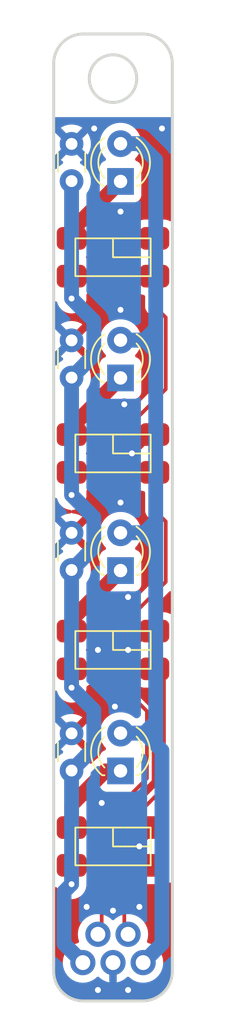
<source format=kicad_pcb>
(kicad_pcb (version 20221018) (generator pcbnew)
  (layers (0 "F.Cu" signal) (31 "B.Cu" signal) (34 "B.Paste" user) (35 "F.Paste" user) (36 "B.SilkS" user "B.Silkscreen") (37 "F.SilkS" user "F.Silkscreen") (38 "B.Mask" user) (39 "F.Mask" user) (44 "Edge.Cuts" user))
  (net 0 "")
  (net 1 "+3V3")
  (net 2 "GND")
  (net 3 "Net-(D1-K)")
  (net 4 "LED")
  (net 5 "Net-(D2-K)")
  (net 6 "Net-(D3-K)")
  (net 7 "Net-(D4-K)")
  (net 8 "D1")
  (net 9 "D2")
  (footprint "Capacitor_THT:C_Disc_D3.0mm_W1.6mm_P2.50mm" (layer "F.Cu") (at 149.606 83.038904 90)
    (fp_text reference "C4" hide)
    (fp_text value "C" hide)
    (fp_line (start 0.621 -0.92) (end 1.879 -0.92) (stroke (width 0.12)) (layer "F.SilkS"))
    (fp_line (start 0.621 0.92) (end 1.879 0.92) (stroke (width 0.12)) (layer "F.SilkS"))
    (pad "1" thru_hole circle (at 0 0 90) (size 1.6 1.6) (drill 0.8) (layers "*.Cu" "*.Mask") (net 1 "+3V3"))
    (pad "2" thru_hole circle (at 2.5 0 90) (size 1.6 1.6) (drill 0.8) (layers "*.Cu" "*.Mask") (net 2 "GND"))
  )
  (footprint "LED_THT:LED_D3.0mm_Clear" (layer "F.Cu") (at 152.908 109.22 90)
    (fp_text reference "D1" hide)
    (fp_text value "LED" hide)
    (fp_line (start -0.29 -1.236) (end -0.29 -1.08) (stroke (width 0.12)) (layer "F.SilkS"))
    (fp_line (start -0.29 1.08) (end -0.29 1.236) (stroke (width 0.12)) (layer "F.SilkS"))
    (fp_arc (start -0.29 -1.235516) (mid 1.366487 -1.987659) (end 2.942335 -1.078608) (stroke (width 0.12)) (layer "F.SilkS"))
    (fp_arc (start 0.229039 -1.08) (mid 1.270117 -1.5) (end 2.31113 -1.079837) (stroke (width 0.12)) (layer "F.SilkS"))
    (fp_arc (start 2.31113 1.079837) (mid 1.270117 1.5) (end 0.229039 1.08) (stroke (width 0.12)) (layer "F.SilkS"))
    (fp_arc (start 2.942335 1.078608) (mid 1.366487 1.987659) (end -0.29 1.235516) (stroke (width 0.12)) (layer "F.SilkS"))
    (pad "1" thru_hole rect (at 0 0 90) (size 1.8 1.8) (drill 0.9) (layers "*.Cu" "*.Mask") (net 3 "Net-(D1-K)"))
    (pad "2" thru_hole circle (at 2.54 0 90) (size 1.8 1.8) (drill 0.9) (layers "*.Cu" "*.Mask") (net 4 "LED"))
  )
  (footprint "Line_Sensor:Line_Sensor_SMD" (layer "F.Cu") (at 152.4 107.696 180)
    (fp_text reference "U3" hide)
    (fp_text value "Line_sennsor" hide)
    (fp_rect (start -2.54 5.08) (end 2.54 7.62) (stroke (width 0.12)) (fill none) (layer "F.SilkS"))
    (fp_rect (start -2.54 6.35) (end 0 7.62) (stroke (width 0.12)) (fill none) (layer "F.SilkS"))
    (pad "1" smd roundrect (at 2.794 7.62 180) (size 2 1.524) (layers "F.Cu" "F.Paste" "F.Mask") (net 6 "Net-(D3-K)"))
    (pad "2" smd roundrect (at 2.794 5.08 180) (size 2 1.524) (layers "F.Cu" "F.Paste" "F.Mask") (net 1 "+3V3"))
    (pad "3" smd roundrect (at -2.794 5.08 180) (size 2 1.524) (layers "F.Cu" "F.Paste" "F.Mask") (net 9 "D2"))
    (pad "4" smd roundrect (at -2.794 7.62 180) (size 2 1.524) (layers "F.Cu" "F.Paste" "F.Mask") (net 2 "GND"))
  )
  (footprint "Line_Sensor:Line_Sensor_SMD" (layer "F.Cu") (at 152.4 120.906 180)
    (fp_text reference "U1" hide)
    (fp_text value "Line_sennsor" hide)
    (fp_rect (start -2.54 5.08) (end 2.54 7.62) (stroke (width 0.12)) (fill none) (layer "F.SilkS"))
    (fp_rect (start -2.54 6.35) (end 0 7.62) (stroke (width 0.12)) (fill none) (layer "F.SilkS"))
    (pad "1" smd roundrect (at 2.794 7.62 180) (size 2 1.524) (layers "F.Cu" "F.Paste" "F.Mask") (net 3 "Net-(D1-K)"))
    (pad "2" smd roundrect (at 2.794 5.08 180) (size 2 1.524) (layers "F.Cu" "F.Paste" "F.Mask") (net 1 "+3V3"))
    (pad "3" smd roundrect (at -2.794 5.08 180) (size 2 1.524) (layers "F.Cu" "F.Paste" "F.Mask") (net 8 "D1"))
    (pad "4" smd roundrect (at -2.794 7.62 180) (size 2 1.524) (layers "F.Cu" "F.Paste" "F.Mask") (net 2 "GND"))
  )
  (footprint "Capacitor_THT:C_Disc_D3.0mm_W1.6mm_P2.50mm" (layer "F.Cu") (at 149.606 122.662 90)
    (fp_text reference "C1" hide)
    (fp_text value "C" hide)
    (fp_line (start 0.621 -0.92) (end 1.879 -0.92) (stroke (width 0.12)) (layer "F.SilkS"))
    (fp_line (start 0.621 0.92) (end 1.879 0.92) (stroke (width 0.12)) (layer "F.SilkS"))
    (pad "1" thru_hole circle (at 0 0 90) (size 1.6 1.6) (drill 0.8) (layers "*.Cu" "*.Mask") (net 1 "+3V3"))
    (pad "2" thru_hole circle (at 2.5 0 90) (size 1.6 1.6) (drill 0.8) (layers "*.Cu" "*.Mask") (net 2 "GND"))
  )
  (footprint "Capacitor_THT:C_Disc_D3.0mm_W1.6mm_P2.50mm" (layer "F.Cu") (at 149.606 109.180904 90)
    (fp_text reference "C2" hide)
    (fp_text value "C" hide)
    (fp_line (start 0.621 -0.92) (end 1.879 -0.92) (stroke (width 0.12)) (layer "F.SilkS"))
    (fp_line (start 0.621 0.92) (end 1.879 0.92) (stroke (width 0.12)) (layer "F.SilkS"))
    (pad "1" thru_hole circle (at 0 0 90) (size 1.6 1.6) (drill 0.8) (layers "*.Cu" "*.Mask") (net 1 "+3V3"))
    (pad "2" thru_hole circle (at 2.5 0 90) (size 1.6 1.6) (drill 0.8) (layers "*.Cu" "*.Mask") (net 2 "GND"))
  )
  (footprint "Line_Sensor:Line_Sensor_SMD" (layer "F.Cu") (at 152.4 134.114 180)
    (fp_text reference "U2" hide)
    (fp_text value "Line_sennsor" hide)
    (fp_rect (start -2.54 5.08) (end 2.54 7.62) (stroke (width 0.12)) (fill none) (layer "F.SilkS"))
    (fp_rect (start -2.54 6.35) (end 0 7.62) (stroke (width 0.12)) (fill none) (layer "F.SilkS"))
    (pad "1" smd roundrect (at 2.794 7.62 180) (size 2 1.524) (layers "F.Cu" "F.Paste" "F.Mask") (net 5 "Net-(D2-K)"))
    (pad "2" smd roundrect (at 2.794 5.08 180) (size 2 1.524) (layers "F.Cu" "F.Paste" "F.Mask") (net 1 "+3V3"))
    (pad "3" smd roundrect (at -2.794 5.08 180) (size 2 1.524) (layers "F.Cu" "F.Paste" "F.Mask") (net 8 "D1"))
    (pad "4" smd roundrect (at -2.794 7.62 180) (size 2 1.524) (layers "F.Cu" "F.Paste" "F.Mask") (net 2 "GND"))
  )
  (footprint "Capacitor_THT:C_Disc_D3.0mm_W1.6mm_P2.50mm" (layer "F.Cu") (at 149.606 96.246904 90)
    (fp_text reference "C3" hide)
    (fp_text value "C" hide)
    (fp_line (start 0.621 -0.92) (end 1.879 -0.92) (stroke (width 0.12)) (layer "F.SilkS"))
    (fp_line (start 0.621 0.92) (end 1.879 0.92) (stroke (width 0.12)) (layer "F.SilkS"))
    (pad "1" thru_hole circle (at 0 0 90) (size 1.6 1.6) (drill 0.8) (layers "*.Cu" "*.Mask") (net 1 "+3V3"))
    (pad "2" thru_hole circle (at 2.5 0 90) (size 1.6 1.6) (drill 0.8) (layers "*.Cu" "*.Mask") (net 2 "GND"))
  )
  (footprint "Connector_PinHeader_2.54mm:PinHeader_1x05_P2.54mm_Vertical" (layer "F.Cu") (at 149.225 135.5725 90)
    (fp_text reference "J1" hide)
    (fp_text value "Conn_01x05_Female" hide)
    (pad "1" thru_hole circle (at 0 1.143 90) (size 1.7 1.7) (drill 1) (layers "*.Cu" "*.Mask") (net 1 "+3V3"))
    (pad "2" thru_hole oval (at 0 3.175 90) (size 1.7 1.7) (drill 1) (layers "*.Cu" "*.Mask") (net 2 "GND"))
    (pad "3" thru_hole oval (at 0 5.207 90) (size 1.7 1.7) (drill 1) (layers "*.Cu" "*.Mask") (net 4 "LED"))
    (pad "4" thru_hole oval (at 1.905 2.159 90) (size 1.7 1.7) (drill 1) (layers "*.Cu" "*.Mask") (net 9 "D2"))
    (pad "5" thru_hole oval (at 1.905 4.191 90) (size 1.7 1.7) (drill 1) (layers "*.Cu" "*.Mask") (net 8 "D1"))
  )
  (footprint "LED_THT:LED_D3.0mm_Clear" (layer "F.Cu") (at 152.908 83.063 90)
    (fp_text reference "D4" hide)
    (fp_text value "LED" hide)
    (fp_line (start -0.29 -1.236) (end -0.29 -1.08) (stroke (width 0.12)) (layer "F.SilkS"))
    (fp_line (start -0.29 1.08) (end -0.29 1.236) (stroke (width 0.12)) (layer "F.SilkS"))
    (fp_arc (start -0.29 -1.235516) (mid 1.366487 -1.987659) (end 2.942335 -1.078608) (stroke (width 0.12)) (layer "F.SilkS"))
    (fp_arc (start 0.229039 -1.08) (mid 1.270117 -1.5) (end 2.31113 -1.079837) (stroke (width 0.12)) (layer "F.SilkS"))
    (fp_arc (start 2.31113 1.079837) (mid 1.270117 1.5) (end 0.229039 1.08) (stroke (width 0.12)) (layer "F.SilkS"))
    (fp_arc (start 2.942335 1.078608) (mid 1.366487 1.987659) (end -0.29 1.235516) (stroke (width 0.12)) (layer "F.SilkS"))
    (pad "1" thru_hole rect (at 0 0 90) (size 1.8 1.8) (drill 0.9) (layers "*.Cu" "*.Mask") (net 7 "Net-(D4-K)"))
    (pad "2" thru_hole circle (at 2.54 0 90) (size 1.8 1.8) (drill 0.9) (layers "*.Cu" "*.Mask") (net 4 "LED"))
  )
  (footprint "LED_THT:LED_D3.0mm_Clear" (layer "F.Cu") (at 152.908 122.687 90)
    (fp_text reference "D2" hide)
    (fp_text value "LED" hide)
    (fp_line (start -0.29 -1.236) (end -0.29 -1.08) (stroke (width 0.12)) (layer "F.SilkS"))
    (fp_line (start -0.29 1.08) (end -0.29 1.236) (stroke (width 0.12)) (layer "F.SilkS"))
    (fp_arc (start -0.29 -1.235516) (mid 1.366487 -1.987659) (end 2.942335 -1.078608) (stroke (width 0.12)) (layer "F.SilkS"))
    (fp_arc (start 0.229039 -1.08) (mid 1.270117 -1.5) (end 2.31113 -1.079837) (stroke (width 0.12)) (layer "F.SilkS"))
    (fp_arc (start 2.31113 1.079837) (mid 1.270117 1.5) (end 0.229039 1.08) (stroke (width 0.12)) (layer "F.SilkS"))
    (fp_arc (start 2.942335 1.078608) (mid 1.366487 1.987659) (end -0.29 1.235516) (stroke (width 0.12)) (layer "F.SilkS"))
    (pad "1" thru_hole rect (at 0 0 90) (size 1.8 1.8) (drill 0.9) (layers "*.Cu" "*.Mask") (net 5 "Net-(D2-K)"))
    (pad "2" thru_hole circle (at 2.54 0 90) (size 1.8 1.8) (drill 0.9) (layers "*.Cu" "*.Mask") (net 4 "LED"))
  )
  (footprint "LED_THT:LED_D3.0mm_Clear" (layer "F.Cu") (at 152.908 96.271 90)
    (fp_text reference "D3" hide)
    (fp_text value "LED" hide)
    (fp_line (start -0.29 -1.236) (end -0.29 -1.08) (stroke (width 0.12)) (layer "F.SilkS"))
    (fp_line (start -0.29 1.08) (end -0.29 1.236) (stroke (width 0.12)) (layer "F.SilkS"))
    (fp_arc (start -0.29 -1.235516) (mid 1.366487 -1.987659) (end 2.942335 -1.078608) (stroke (width 0.12)) (layer "F.SilkS"))
    (fp_arc (start 0.229039 -1.08) (mid 1.270117 -1.5) (end 2.31113 -1.079837) (stroke (width 0.12)) (layer "F.SilkS"))
    (fp_arc (start 2.31113 1.079837) (mid 1.270117 1.5) (end 0.229039 1.08) (stroke (width 0.12)) (layer "F.SilkS"))
    (fp_arc (start 2.942335 1.078608) (mid 1.366487 1.987659) (end -0.29 1.235516) (stroke (width 0.12)) (layer "F.SilkS"))
    (pad "1" thru_hole rect (at 0 0 90) (size 1.8 1.8) (drill 0.9) (layers "*.Cu" "*.Mask") (net 6 "Net-(D3-K)"))
    (pad "2" thru_hole circle (at 2.54 0 90) (size 1.8 1.8) (drill 0.9) (layers "*.Cu" "*.Mask") (net 4 "LED"))
  )
  (footprint "Line_Sensor:Line_Sensor_SMD" (layer "F.Cu") (at 152.4 94.508 180)
    (fp_text reference "U4" hide)
    (fp_text value "Line_sennsor" hide)
    (fp_rect (start -2.54 5.08) (end 2.54 7.62) (stroke (width 0.12)) (fill none) (layer "F.SilkS"))
    (fp_rect (start -2.54 6.35) (end 0 7.62) (stroke (width 0.12)) (fill none) (layer "F.SilkS"))
    (pad "1" smd roundrect (at 2.794 7.62 180) (size 2 1.524) (layers "F.Cu" "F.Paste" "F.Mask") (net 7 "Net-(D4-K)"))
    (pad "2" smd roundrect (at 2.794 5.08 180) (size 2 1.524) (layers "F.Cu" "F.Paste" "F.Mask") (net 1 "+3V3"))
    (pad "3" smd roundrect (at -2.794 5.08 180) (size 2 1.524) (layers "F.Cu" "F.Paste" "F.Mask") (net 9 "D2"))
    (pad "4" smd roundrect (at -2.794 7.62 180) (size 2 1.524) (layers "F.Cu" "F.Paste" "F.Mask") (net 2 "GND"))
  )
  (gr_line (start 156.4 136.149001) (end 156.4 75.149001) (stroke (width 0.2)) (layer "Edge.Cuts"))
  (gr_arc (start 150.4 138.149001) (mid 148.985786 137.563215) (end 148.4 136.149001) (stroke (width 0.2)) (layer "Edge.Cuts"))
  (gr_arc (start 148.4 75.149001) (mid 148.985786 73.734787) (end 150.4 73.149001) (stroke (width 0.2)) (layer "Edge.Cuts"))
  (gr_arc (start 154.4 73.149001) (mid 155.814214 73.734787) (end 156.4 75.149001) (stroke (width 0.2)) (layer "Edge.Cuts"))
  (gr_circle (center 152.4 76.149) (end 154 76.149) (stroke (width 0.2)) (fill none) (layer "Edge.Cuts"))
  (gr_arc (start 156.4 136.149001) (mid 155.814214 137.563215) (end 154.4 138.149001) (stroke (width 0.2)) (layer "Edge.Cuts"))
  (gr_line (start 150.4 138.149001) (end 154.4 138.149001) (stroke (width 0.2)) (layer "Edge.Cuts"))
  (gr_line (start 154.4 73.149001) (end 150.4 73.149001) (stroke (width 0.2)) (layer "Edge.Cuts"))
  (gr_line (start 148.4 75.149001) (end 148.4 136.149001) (stroke (width 0.2)) (layer "Edge.Cuts"))
  (segment (start 149.606 89.537) (end 149.6695 89.4735) (width 1) (layer "F.Cu") (net 1))
  (segment (start 149.606 104.14) (end 149.606 102.745) (width 1) (layer "F.Cu") (net 1))
  (segment (start 149.606 129.034) (end 149.606 130.302) (width 1) (layer "F.Cu") (net 1))
  (segment (start 149.606 117.094) (end 149.606 115.572) (width 1) (layer "F.Cu") (net 1))
  (segment (start 149.606 102.745) (end 149.6695 102.6815) (width 1) (layer "F.Cu") (net 1))
  (segment (start 149.606 90.932) (end 149.606 89.537) (width 1) (layer "F.Cu") (net 1))
  (via (at 149.606 117.094) (size 0.8) (drill 0.4) (layers "F.Cu" "B.Cu") (net 1))
  (via (at 149.606 130.302) (size 0.8) (drill 0.4) (layers "F.Cu" "B.Cu") (net 1))
  (via (at 149.606 104.14) (size 0.8) (drill 0.4) (layers "F.Cu" "B.Cu") (net 1))
  (via (at 149.606 90.932) (size 0.8) (drill 0.4) (layers "F.Cu" "B.Cu") (net 1))
  (segment (start 149.606 90.932) (end 149.606 83.038904) (width 1) (layer "B.Cu") (net 1))
  (segment (start 149.606 96.246904) (end 151.106 94.746904) (width 1) (layer "B.Cu") (net 1))
  (segment (start 151.106 107.680904) (end 151.106 105.64) (width 1) (layer "B.Cu") (net 1))
  (segment (start 149.606 117.094) (end 149.606 109.180904) (width 1) (layer "B.Cu") (net 1))
  (segment (start 149.606 130.302) (end 149.098 130.81) (width 1) (layer "B.Cu") (net 1))
  (segment (start 149.098 130.81) (end 149.098 134.3025) (width 1) (layer "B.Cu") (net 1))
  (segment (start 149.606 109.180904) (end 151.106 107.680904) (width 1) (layer "B.Cu") (net 1))
  (segment (start 151.106 118.594) (end 149.606 117.094) (width 1) (layer "B.Cu") (net 1))
  (segment (start 151.106 92.432) (end 149.606 90.932) (width 1) (layer "B.Cu") (net 1))
  (segment (start 149.606 104.14) (end 149.606 96.246904) (width 1) (layer "B.Cu") (net 1))
  (segment (start 151.106 121.162) (end 151.106 118.594) (width 1) (layer "B.Cu") (net 1))
  (segment (start 149.606 122.662) (end 151.106 121.162) (width 1) (layer "B.Cu") (net 1))
  (segment (start 151.106 105.64) (end 149.606 104.14) (width 1) (layer "B.Cu") (net 1))
  (segment (start 149.098 134.3025) (end 150.368 135.5725) (width 1) (layer "B.Cu") (net 1))
  (segment (start 151.106 94.746904) (end 151.106 92.432) (width 1) (layer "B.Cu") (net 1))
  (segment (start 149.606 130.302) (end 149.606 122.662) (width 1) (layer "B.Cu") (net 1))
  (segment (start 154.684 113.286) (end 153.416 114.554) (width 0.5) (layer "F.Cu") (net 2))
  (segment (start 154.175508 127.756903) (end 154.175508 127.512492) (width 0.5) (layer "F.Cu") (net 2))
  (segment (start 152.4 126.289172) (end 155.261 123.428172) (width 0.5) (layer "F.Cu") (net 2))
  (segment (start 155.194 113.286) (end 154.684 113.286) (width 0.5) (layer "F.Cu") (net 2))
  (segment (start 153.416 116.586) (end 153.416 114.554) (width 0.5) (layer "F.Cu") (net 2))
  (segment (start 155.261 118.431) (end 153.416 116.586) (width 0.5) (layer "F.Cu") (net 2))
  (segment (start 155.194 100.076) (end 154.94 100.076) (width 0.5) (layer "F.Cu") (net 2))
  (segment (start 154.94 100.076) (end 153.674299 101.341701) (width 0.5) (layer "F.Cu") (net 2))
  (segment (start 154.175508 127.512492) (end 155.194 126.494) (width 0.5) (layer "F.Cu") (net 2))
  (segment (start 152.4 132.08) (end 152.4 126.289172) (width 0.5) (layer "F.Cu") (net 2))
  (segment (start 155.261 123.428172) (end 155.261 118.431) (width 0.5) (layer "F.Cu") (net 2))
  (via (at 150.622 131.826) (size 0.8) (drill 0.4) (layers "F.Cu" "B.Cu") (net 2))
  (via (at 153.416 137.414) (size 0.8) (drill 0.4) (layers "F.Cu" "B.Cu") (net 2))
  (via (at 152.908 104.648) (size 0.8) (drill 0.4) (layers "F.Cu" "B.Cu") (net 2))
  (via (at 152.527 118.364) (size 0.8) (drill 0.4) (layers "F.Cu" "B.Cu") (net 2))
  (via (at 154.178 131.826) (size 0.8) (drill 0.4) (layers "F.Cu" "B.Cu") (net 2))
  (via (at 151.13 79.502) (size 0.8) (drill 0.4) (layers "F.Cu" "B.Cu") (net 2))
  (via (at 154.175508 127.756903) (size 0.8) (drill 0.4) (layers "F.Cu" "B.Cu") (net 2))
  (via (at 152.4 132.08) (size 0.8) (drill 0.4) (layers "F.Cu" "B.Cu") (net 2))
  (via (at 152.908 91.694) (size 0.8) (drill 0.4) (layers "F.Cu" "B.Cu") (net 2))
  (via (at 153.416 114.554) (size 0.8) (drill 0.4) (layers "F.Cu" "B.Cu") (net 2))
  (via (at 152.908 85.09) (size 0.8) (drill 0.4) (layers "F.Cu" "B.Cu") (net 2))
  (via (at 151.384 137.414) (size 0.8) (drill 0.4) (layers "F.Cu" "B.Cu") (net 2))
  (via (at 151.638 124.841) (size 0.8) (drill 0.4) (layers "F.Cu" "B.Cu") (net 2))
  (via (at 153.162 98.044) (size 0.8) (drill 0.4) (layers "F.Cu" "B.Cu") (net 2))
  (via (at 153.416 110.998) (size 0.8) (drill 0.4) (layers "F.Cu" "B.Cu") (net 2))
  (via (at 155.702 79.502) (size 0.8) (drill 0.4) (layers "F.Cu" "B.Cu") (net 2))
  (via (at 153.674299 101.341701) (size 0.8) (drill 0.4) (layers "F.Cu" "B.Cu") (net 2))
  (via (at 151.384 114.554) (size 0.8) (drill 0.4) (layers "F.Cu" "B.Cu") (net 2))
  (segment (start 149.606 113.286) (end 149.606 112.522) (width 1) (layer "F.Cu") (net 3))
  (segment (start 149.606 112.522) (end 152.908 109.22) (width 1) (layer "F.Cu") (net 3))
  (segment (start 155.702 121.324) (end 155.282 120.904) (width 1) (layer "B.Cu") (net 4))
  (segment (start 154.515 120.147) (end 155.282 119.38) (width 1) (layer "B.Cu") (net 4))
  (segment (start 155.282 120.904) (end 155.282 119.38) (width 1) (layer "B.Cu") (net 4))
  (segment (start 154.52 106.68) (end 155.282 105.918) (width 1) (layer "B.Cu") (net 4))
  (segment (start 155.702 134.3025) (end 155.702 121.324) (width 1) (layer "B.Cu") (net 4))
  (segment (start 152.908 106.68) (end 154.52 106.68) (width 1) (layer "B.Cu") (net 4))
  (segment (start 155.282 107.442) (end 155.282 105.918) (width 1) (layer "B.Cu") (net 4))
  (segment (start 152.908 120.147) (end 154.515 120.147) (width 1) (layer "B.Cu") (net 4))
  (segment (start 154.525 120.147) (end 155.282 120.904) (width 1) (layer "B.Cu") (net 4))
  (segment (start 152.908 93.731) (end 154.525 93.731) (width 1) (layer "B.Cu") (net 4))
  (segment (start 155.282 105.918) (end 155.282 94.488) (width 1) (layer "B.Cu") (net 4))
  (segment (start 155.282 92.964) (end 155.282 81.624208) (width 1) (layer "B.Cu") (net 4))
  (segment (start 155.282 119.38) (end 155.282 107.442) (width 1) (layer "B.Cu") (net 4))
  (segment (start 154.52 106.68) (end 155.282 107.442) (width 1) (layer "B.Cu") (net 4))
  (segment (start 154.525 93.731) (end 155.282 94.488) (width 1) (layer "B.Cu") (net 4))
  (segment (start 154.515 93.731) (end 155.282 92.964) (width 1) (layer "B.Cu") (net 4))
  (segment (start 152.908 93.731) (end 154.515 93.731) (width 1) (layer "B.Cu") (net 4))
  (segment (start 154.432 135.5725) (end 155.702 134.3025) (width 1) (layer "B.Cu") (net 4))
  (segment (start 155.282 81.624208) (end 154.180792 80.523) (width 1) (layer "B.Cu") (net 4))
  (segment (start 154.180792 80.523) (end 152.908 80.523) (width 1) (layer "B.Cu") (net 4))
  (segment (start 152.908 120.147) (end 154.525 120.147) (width 1) (layer "B.Cu") (net 4))
  (segment (start 155.282 94.488) (end 155.282 92.964) (width 1) (layer "B.Cu") (net 4))
  (segment (start 149.606 124.968) (end 151.887 122.687) (width 1) (layer "F.Cu") (net 5))
  (segment (start 151.887 122.687) (end 152.908 122.687) (width 1) (layer "F.Cu") (net 5))
  (segment (start 149.606 126.494) (end 149.606 124.968) (width 1) (layer "F.Cu") (net 5))
  (segment (start 149.606 100.076) (end 149.606 99.573) (width 1) (layer "F.Cu") (net 6))
  (segment (start 149.606 99.573) (end 152.908 96.271) (width 1) (layer "F.Cu") (net 6))
  (segment (start 149.606 86.365) (end 152.908 83.063) (width 1) (layer "F.Cu") (net 7))
  (segment (start 149.606 86.888) (end 149.606 86.365) (width 1) (layer "F.Cu") (net 7))
  (segment (start 153.162 126.492) (end 155.836 123.818) (width 0.25) (layer "F.Cu") (net 8))
  (segment (start 153.162 129.794) (end 153.162 133.4135) (width 0.25) (layer "F.Cu") (net 8))
  (segment (start 155.836 123.818) (end 155.836 116.468) (width 0.25) (layer "F.Cu") (net 8))
  (segment (start 155.836 116.468) (end 155.194 115.826) (width 0.25) (layer "F.Cu") (net 8))
  (segment (start 153.162 128.27) (end 153.162 126.492) (width 0.25) (layer "F.Cu") (net 8))
  (segment (start 153.922 129.034) (end 153.162 129.794) (width 0.25) (layer "F.Cu") (net 8))
  (segment (start 155.194 129.034) (end 153.926 129.034) (width 0.25) (layer "F.Cu") (net 8))
  (segment (start 155.194 129.034) (end 153.922 129.034) (width 0.25) (layer "F.Cu") (net 8))
  (segment (start 153.162 133.4135) (end 153.416 133.6675) (width 0.25) (layer "F.Cu") (net 8))
  (segment (start 153.926 129.034) (end 153.162 128.27) (width 0.25) (layer "F.Cu") (net 8))
  (segment (start 152.4 116.383172) (end 152.4 113.538) (width 0.25) (layer "F.Cu") (net 9))
  (segment (start 155.956 97.028) (end 152.908 100.076) (width 0.25) (layer "F.Cu") (net 9))
  (segment (start 151.638 133.4135) (end 151.638 126.238) (width 0.25) (layer "F.Cu") (net 9))
  (segment (start 155.956 92.202) (end 155.956 97.028) (width 0.25) (layer "F.Cu") (net 9))
  (segment (start 152.908 100.076) (end 152.908 101.6) (width 0.25) (layer "F.Cu") (net 9))
  (segment (start 154.686 118.669172) (end 152.4 116.383172) (width 0.25) (layer "F.Cu") (net 9))
  (segment (start 152.4 113.538) (end 155.956 109.982) (width 0.25) (layer "F.Cu") (net 9))
  (segment (start 155.194 89.428) (end 155.194 91.44) (width 0.25) (layer "F.Cu") (net 9))
  (segment (start 155.956 105.918) (end 155.194 105.156) (width 0.25) (layer "F.Cu") (net 9))
  (segment (start 155.194 105.156) (end 155.194 102.616) (width 0.25) (layer "F.Cu") (net 9))
  (segment (start 151.384 133.6675) (end 151.638 133.4135) (width 0.25) (layer "F.Cu") (net 9))
  (segment (start 154.686 123.19) (end 154.686 118.669172) (width 0.25) (layer "F.Cu") (net 9))
  (segment (start 155.956 109.982) (end 155.956 105.918) (width 0.25) (layer "F.Cu") (net 9))
  (segment (start 152.908 101.6) (end 153.924 102.616) (width 0.25) (layer "F.Cu") (net 9))
  (segment (start 153.924 102.616) (end 155.194 102.616) (width 0.25) (layer "F.Cu") (net 9))
  (segment (start 155.194 91.44) (end 155.956 92.202) (width 0.25) (layer "F.Cu") (net 9))
  (segment (start 151.638 126.238) (end 154.686 123.19) (width 0.25) (layer "F.Cu") (net 9))
  (zone (net 0) (net_name "") (layers "F&B.Cu") (connect_pads (clearance 0)) (min_thickness 0.25)
    (keepout (tracks not_allowed) (vias not_allowed) (pads not_allowed) (copperpour not_allowed) (footprints allowed))
    (fill (thermal_gap 0.5) (thermal_bridge_width 0.5))
    (polygon (pts (xy 146.812 72.39) (xy 146.812 78.74) (xy 157.48 78.74) (xy 157.48 72.39)))
  )
  (zone (net 2) (net_name "GND") (layers "F&B.Cu") (connect_pads (clearance 0.5)) (min_thickness 0.25) (fill yes (thermal_gap 0.5) (thermal_bridge_width 0.5))
    (polygon (pts (xy 144.78 70.866) (xy 144.78 139.7) (xy 160.02 139.7) (xy 160.02 70.866)))
  )
)
</source>
